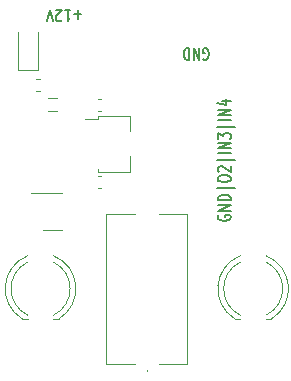
<source format=gbr>
%TF.GenerationSoftware,KiCad,Pcbnew,7.0.10*%
%TF.CreationDate,2025-01-30T23:30:39+01:00*%
%TF.ProjectId,Panel,50616e65-6c2e-46b6-9963-61645f706362,rev?*%
%TF.SameCoordinates,Original*%
%TF.FileFunction,Legend,Top*%
%TF.FilePolarity,Positive*%
%FSLAX46Y46*%
G04 Gerber Fmt 4.6, Leading zero omitted, Abs format (unit mm)*
G04 Created by KiCad (PCBNEW 7.0.10) date 2025-01-30 23:30:39*
%MOMM*%
%LPD*%
G01*
G04 APERTURE LIST*
%ADD10C,0.150000*%
%ADD11C,0.120000*%
%ADD12C,0.100000*%
G04 APERTURE END LIST*
D10*
X168059961Y-84776554D02*
X168007580Y-84854649D01*
X168007580Y-84854649D02*
X168007580Y-84971792D01*
X168007580Y-84971792D02*
X168059961Y-85088935D01*
X168059961Y-85088935D02*
X168164723Y-85167030D01*
X168164723Y-85167030D02*
X168269485Y-85206077D01*
X168269485Y-85206077D02*
X168479009Y-85245125D01*
X168479009Y-85245125D02*
X168636152Y-85245125D01*
X168636152Y-85245125D02*
X168845676Y-85206077D01*
X168845676Y-85206077D02*
X168950438Y-85167030D01*
X168950438Y-85167030D02*
X169055200Y-85088935D01*
X169055200Y-85088935D02*
X169107580Y-84971792D01*
X169107580Y-84971792D02*
X169107580Y-84893696D01*
X169107580Y-84893696D02*
X169055200Y-84776554D01*
X169055200Y-84776554D02*
X169002819Y-84737506D01*
X169002819Y-84737506D02*
X168636152Y-84737506D01*
X168636152Y-84737506D02*
X168636152Y-84893696D01*
X169107580Y-84386077D02*
X168007580Y-84386077D01*
X168007580Y-84386077D02*
X169107580Y-83917506D01*
X169107580Y-83917506D02*
X168007580Y-83917506D01*
X169107580Y-83527029D02*
X168007580Y-83527029D01*
X168007580Y-83527029D02*
X168007580Y-83331791D01*
X168007580Y-83331791D02*
X168059961Y-83214648D01*
X168059961Y-83214648D02*
X168164723Y-83136553D01*
X168164723Y-83136553D02*
X168269485Y-83097506D01*
X168269485Y-83097506D02*
X168479009Y-83058458D01*
X168479009Y-83058458D02*
X168636152Y-83058458D01*
X168636152Y-83058458D02*
X168845676Y-83097506D01*
X168845676Y-83097506D02*
X168950438Y-83136553D01*
X168950438Y-83136553D02*
X169055200Y-83214648D01*
X169055200Y-83214648D02*
X169107580Y-83331791D01*
X169107580Y-83331791D02*
X169107580Y-83527029D01*
X169474247Y-82511791D02*
X167902819Y-82511791D01*
X168007580Y-81769887D02*
X168007580Y-81613696D01*
X168007580Y-81613696D02*
X168059961Y-81535601D01*
X168059961Y-81535601D02*
X168164723Y-81457506D01*
X168164723Y-81457506D02*
X168374247Y-81418458D01*
X168374247Y-81418458D02*
X168740914Y-81418458D01*
X168740914Y-81418458D02*
X168950438Y-81457506D01*
X168950438Y-81457506D02*
X169055200Y-81535601D01*
X169055200Y-81535601D02*
X169107580Y-81613696D01*
X169107580Y-81613696D02*
X169107580Y-81769887D01*
X169107580Y-81769887D02*
X169055200Y-81847982D01*
X169055200Y-81847982D02*
X168950438Y-81926077D01*
X168950438Y-81926077D02*
X168740914Y-81965125D01*
X168740914Y-81965125D02*
X168374247Y-81965125D01*
X168374247Y-81965125D02*
X168164723Y-81926077D01*
X168164723Y-81926077D02*
X168059961Y-81847982D01*
X168059961Y-81847982D02*
X168007580Y-81769887D01*
X168112342Y-81106077D02*
X168059961Y-81067029D01*
X168059961Y-81067029D02*
X168007580Y-80988934D01*
X168007580Y-80988934D02*
X168007580Y-80793696D01*
X168007580Y-80793696D02*
X168059961Y-80715601D01*
X168059961Y-80715601D02*
X168112342Y-80676553D01*
X168112342Y-80676553D02*
X168217104Y-80637506D01*
X168217104Y-80637506D02*
X168321866Y-80637506D01*
X168321866Y-80637506D02*
X168479009Y-80676553D01*
X168479009Y-80676553D02*
X169107580Y-81145125D01*
X169107580Y-81145125D02*
X169107580Y-80637506D01*
X169474247Y-80090839D02*
X167902819Y-80090839D01*
X169107580Y-79505125D02*
X168007580Y-79505125D01*
X169107580Y-79114649D02*
X168007580Y-79114649D01*
X168007580Y-79114649D02*
X169107580Y-78646078D01*
X169107580Y-78646078D02*
X168007580Y-78646078D01*
X168007580Y-78333697D02*
X168007580Y-77826078D01*
X168007580Y-77826078D02*
X168426628Y-78099411D01*
X168426628Y-78099411D02*
X168426628Y-77982268D01*
X168426628Y-77982268D02*
X168479009Y-77904173D01*
X168479009Y-77904173D02*
X168531390Y-77865125D01*
X168531390Y-77865125D02*
X168636152Y-77826078D01*
X168636152Y-77826078D02*
X168898057Y-77826078D01*
X168898057Y-77826078D02*
X169002819Y-77865125D01*
X169002819Y-77865125D02*
X169055200Y-77904173D01*
X169055200Y-77904173D02*
X169107580Y-77982268D01*
X169107580Y-77982268D02*
X169107580Y-78216554D01*
X169107580Y-78216554D02*
X169055200Y-78294649D01*
X169055200Y-78294649D02*
X169002819Y-78333697D01*
X169474247Y-77279411D02*
X167902819Y-77279411D01*
X169107580Y-76693697D02*
X168007580Y-76693697D01*
X169107580Y-76303221D02*
X168007580Y-76303221D01*
X168007580Y-76303221D02*
X169107580Y-75834650D01*
X169107580Y-75834650D02*
X168007580Y-75834650D01*
X168374247Y-75092745D02*
X169107580Y-75092745D01*
X167955200Y-75287983D02*
X168740914Y-75483221D01*
X168740914Y-75483221D02*
X168740914Y-74975602D01*
X166791792Y-71582561D02*
X166867982Y-71630180D01*
X166867982Y-71630180D02*
X166982268Y-71630180D01*
X166982268Y-71630180D02*
X167096554Y-71582561D01*
X167096554Y-71582561D02*
X167172744Y-71487323D01*
X167172744Y-71487323D02*
X167210839Y-71392085D01*
X167210839Y-71392085D02*
X167248935Y-71201609D01*
X167248935Y-71201609D02*
X167248935Y-71058752D01*
X167248935Y-71058752D02*
X167210839Y-70868276D01*
X167210839Y-70868276D02*
X167172744Y-70773038D01*
X167172744Y-70773038D02*
X167096554Y-70677800D01*
X167096554Y-70677800D02*
X166982268Y-70630180D01*
X166982268Y-70630180D02*
X166906077Y-70630180D01*
X166906077Y-70630180D02*
X166791792Y-70677800D01*
X166791792Y-70677800D02*
X166753696Y-70725419D01*
X166753696Y-70725419D02*
X166753696Y-71058752D01*
X166753696Y-71058752D02*
X166906077Y-71058752D01*
X166410839Y-70630180D02*
X166410839Y-71630180D01*
X166410839Y-71630180D02*
X165953696Y-70630180D01*
X165953696Y-70630180D02*
X165953696Y-71630180D01*
X165572744Y-70630180D02*
X165572744Y-71630180D01*
X165572744Y-71630180D02*
X165382268Y-71630180D01*
X165382268Y-71630180D02*
X165267982Y-71582561D01*
X165267982Y-71582561D02*
X165191792Y-71487323D01*
X165191792Y-71487323D02*
X165153697Y-71392085D01*
X165153697Y-71392085D02*
X165115601Y-71201609D01*
X165115601Y-71201609D02*
X165115601Y-71058752D01*
X165115601Y-71058752D02*
X165153697Y-70868276D01*
X165153697Y-70868276D02*
X165191792Y-70773038D01*
X165191792Y-70773038D02*
X165267982Y-70677800D01*
X165267982Y-70677800D02*
X165382268Y-70630180D01*
X165382268Y-70630180D02*
X165572744Y-70630180D01*
X156460839Y-67761133D02*
X155851316Y-67761133D01*
X156156077Y-67380180D02*
X156156077Y-68142085D01*
X155051316Y-67380180D02*
X155508459Y-67380180D01*
X155279887Y-67380180D02*
X155279887Y-68380180D01*
X155279887Y-68380180D02*
X155356078Y-68237323D01*
X155356078Y-68237323D02*
X155432268Y-68142085D01*
X155432268Y-68142085D02*
X155508459Y-68094466D01*
X154746554Y-68284942D02*
X154708458Y-68332561D01*
X154708458Y-68332561D02*
X154632268Y-68380180D01*
X154632268Y-68380180D02*
X154441792Y-68380180D01*
X154441792Y-68380180D02*
X154365601Y-68332561D01*
X154365601Y-68332561D02*
X154327506Y-68284942D01*
X154327506Y-68284942D02*
X154289411Y-68189704D01*
X154289411Y-68189704D02*
X154289411Y-68094466D01*
X154289411Y-68094466D02*
X154327506Y-67951609D01*
X154327506Y-67951609D02*
X154784649Y-67380180D01*
X154784649Y-67380180D02*
X154289411Y-67380180D01*
X154060839Y-68380180D02*
X153794172Y-67380180D01*
X153794172Y-67380180D02*
X153527506Y-68380180D01*
D11*
%TO.C,D3*%
X169455000Y-93560000D02*
X169920000Y-93560000D01*
X172080000Y-93560000D02*
X172545000Y-93560000D01*
X169919173Y-88212186D02*
G75*
G03*
X169455170Y-93559999I1080827J-2787814D01*
G01*
X169919572Y-88745522D02*
G75*
G03*
X169920000Y-93254683I1080428J-2254478D01*
G01*
X172080000Y-93254684D02*
G75*
G03*
X172080429Y-88745521I-1080000J2254684D01*
G01*
X172544830Y-93560000D02*
G75*
G03*
X172080827Y-88212185I-1544831J2560000D01*
G01*
%TO.C,D1*%
X151455000Y-93560000D02*
X151920000Y-93560000D01*
X154080000Y-93560000D02*
X154545000Y-93560000D01*
X151919173Y-88212186D02*
G75*
G03*
X151455170Y-93559999I1080827J-2787814D01*
G01*
X151919572Y-88745522D02*
G75*
G03*
X151920000Y-93254683I1080428J-2254478D01*
G01*
X154080000Y-93254684D02*
G75*
G03*
X154080429Y-88745521I-1080000J2254684D01*
G01*
X154544830Y-93560000D02*
G75*
G03*
X154080827Y-88212185I-1544831J2560000D01*
G01*
D12*
%TO.C,S1*%
X162000000Y-98000000D02*
X162000000Y-98000000D01*
X162000000Y-97900000D02*
X162000000Y-97900000D01*
X158570000Y-97350000D02*
X158570000Y-84650000D01*
X161000000Y-97350000D02*
X158570000Y-97350000D01*
X163000000Y-97350000D02*
X165430000Y-97350000D01*
X165430000Y-97350000D02*
X165430000Y-84650000D01*
X158570000Y-84650000D02*
X161000000Y-84650000D01*
X165430000Y-84650000D02*
X163000000Y-84650000D01*
X162000000Y-97900000D02*
G75*
G03*
X162000000Y-98000000I0J-50000D01*
G01*
X162000000Y-98000000D02*
G75*
G03*
X162000000Y-97900000I0J50000D01*
G01*
D11*
%TO.C,U1*%
X156750000Y-76609000D02*
X157890000Y-76609000D01*
X157890000Y-76379000D02*
X157890000Y-76609000D01*
X157890000Y-76379000D02*
X160610000Y-76379000D01*
X157890000Y-81099000D02*
X157890000Y-80869000D01*
X160610000Y-76379000D02*
X160610000Y-77689000D01*
X160610000Y-79789000D02*
X160610000Y-81099000D01*
X160610000Y-81099000D02*
X157890000Y-81099000D01*
%TO.C,D2*%
X151120000Y-72510000D02*
X152820000Y-72510000D01*
X151120000Y-72510000D02*
X151120000Y-69250000D01*
X152820000Y-72510000D02*
X152820000Y-69250000D01*
%TO.C,L1*%
X153600378Y-74878000D02*
X154399622Y-74878000D01*
X153600378Y-75998000D02*
X154399622Y-75998000D01*
%TO.C,C2*%
X157859420Y-81490000D02*
X158140580Y-81490000D01*
X157859420Y-82510000D02*
X158140580Y-82510000D01*
%TO.C,C3*%
X152632420Y-73277000D02*
X152913580Y-73277000D01*
X152632420Y-74297000D02*
X152913580Y-74297000D01*
%TO.C,U2*%
X154000000Y-82940000D02*
X152200000Y-82940000D01*
X154000000Y-82940000D02*
X154800000Y-82940000D01*
X154000000Y-86060000D02*
X153200000Y-86060000D01*
X154000000Y-86060000D02*
X154800000Y-86060000D01*
%TO.C,C1*%
X157859420Y-74928000D02*
X158140580Y-74928000D01*
X157859420Y-75948000D02*
X158140580Y-75948000D01*
%TD*%
M02*

</source>
